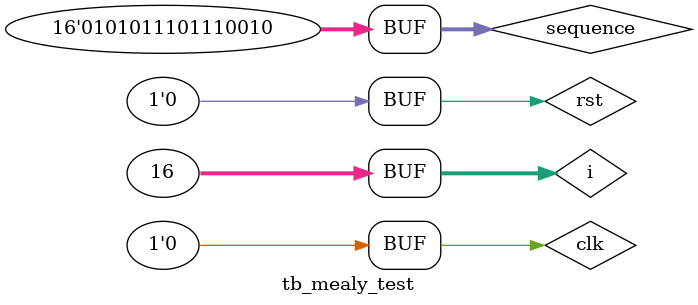
<source format=v>
`include "mealy.v"
module tb_mealy_test;
reg clk, rst, inp;
wire outp;
reg[15:0] sequence;
integer i;
mealy duty( clk, rst, inp, outp);
initial
begin
clk = 0;
rst = 1;
sequence = 16'b0101_0111_0111_0010;
#5 rst = 0;
for( i = 0; i <= 15; i = i + 1)
begin
inp = sequence[i];
#2 clk = 1;
#2 clk = 0;
$display("State = ", duty.state, " Input = ", inp, ", Output = ", outp);
end
testing;
end
task testing;
for( i = 0; i <= 15; i = i + 1)
begin
inp = $random % 2;
#2 clk = 1;
#2 clk = 0;
$display("State = ", duty.state, " Input = ", inp, ", Output = ", outp);
end
endtask

initial
begin
$dumpfile("mealy.vcd"); $dumpvars;
end

endmodule
</source>
